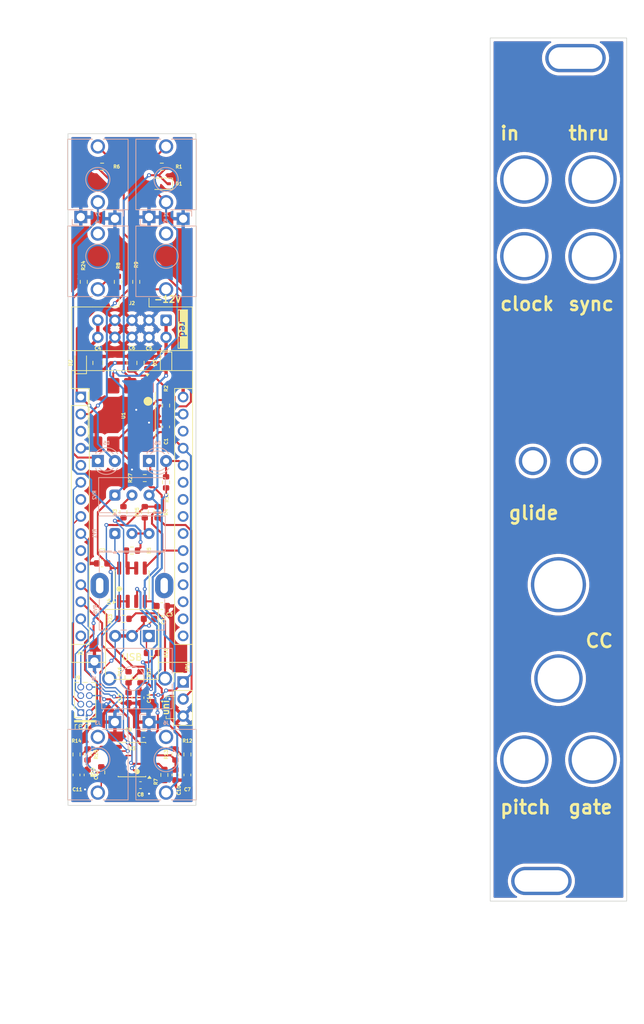
<source format=kicad_pcb>
(kicad_pcb (version 20241229) (generator "pcbnew") (generator_version "9.0")
  (layers (0 "F.Cu" signal) (2 "B.Cu" signal) (13 "F.Paste" user) (15 "B.Paste" user) (5 "F.SilkS" user "F.Silkscreen") (7 "B.SilkS" user "B.Silkscreen") (1 "F.Mask" user) (3 "B.Mask" user) (25 "Edge.Cuts" user))
  (net 0 "")
  (net 1 "B_GND")
  (net 4 "CLOCK2")
  (net 6 "B_+12V")
  (net 10 "B_+5V")
  (net 12 "Net-(C7-Pad1)")
  (net 17 "Net-(J7-PadT)")
  (net 18 "Net-(J7-PadR)")
  (net 19 "B_-12V")
  (net 20 "Net-(D1-A)")
  (net 21 "Net-(D1-K)")
  (net 22 "Net-(J1-PadT)")
  (net 23 "Net-(J3-PadT)")
  (net 25 "Net-(J4-PadT)")
  (net 27 "Net-(J5-PadT)")
  (net 28 "Net-(J6-PadT)")
  (net 31 "Net-(C11-Pad1)")
  (net 32 "MIDI_IN")
  (net 33 "Net-(C13-Pad1)")
  (net 36 "CLOCK")
  (net 37 "Net-(R10-Pad2)")
  (net 38 "Net-(D5-K)")
  (net 39 "Net-(D6-K)")
  (net 41 "Net-(J8-PadT)")
  (net 42 "Net-(R3-Pad2)")
  (net 43 "Net-(U3B-+)")
  (net 44 "Net-(R25-Pad1)")
  (net 46 "GATE")
  (net 47 "PITCH")
  (net 48 "CC")
  (net 49 "+12V")
  (net 50 "-12V")
  (net 51 "Net-(U3A-+)")
  (net 52 "Net-(U4A-+)")
  (net 53 "Net-(U3A--)")
  (net 54 "Net-(U3B--)")
  (net 55 "Net-(U4B--)")
  (net 56 "Net-(U4A--)")
  (net 57 "Net-(R18-Pad1)")
  (net 58 "SLEW_OUT")
  (net 59 "SLEW_IN")
  (net 60 "Net-(JP1-C)")
  (net 61 "EXP1")
  (net 62 "EXP7")
  (net 63 "EXP5")
  (net 64 "EXP3")
  (footprint "Capacitor_SMD:C_0805_2012Metric" (layer "F.Cu") (at 127 79.375 90)
    (property "Reference" "C6")
    (property "Value" "10u")
  )
  (footprint "Custom:DrillHole_D6.00" (layer "F.Cu") (at 185.42 138.43)
    (property "Reference" "H4" (hide yes))
    (property "Value" "6mm")
  )
  (footprint "Resistor_SMD:R_0603_1608Metric" (layer "F.Cu") (at 131.445 50.165)
    (property "Reference" "R1")
    (property "Value" "220R")
  )
  (footprint "Diode_SMD:D_SOD-323" (layer "F.Cu") (at 132.08 79.375 -90)
    (property "Reference" "D3")
    (property "Value" "1N5819WS")
  )
  (footprint "Capacitor_SMD:C_0603_1608Metric" (layer "F.Cu") (at 122.555 109.22 180)
    (property "Reference" "C2")
    (property "Value" "100n")
  )
  (footprint "Capacitor_SMD:C_0603_1608Metric" (layer "F.Cu") (at 135.255 140.716 -90)
    (property "Reference" "C7")
    (property "Value" "1n")
  )
  (footprint "Diode_SMD:D_SOD-323" (layer "F.Cu") (at 131.445 52.705 180)
    (property "Reference" "D1")
    (property "Value" "1N4148WS")
  )
  (footprint "Resistor_SMD:R_0603_1608Metric" (layer "F.Cu") (at 127 107.315)
    (property "Reference" "R5")
    (property "Value" "220R")
  )
  (footprint "Capacitor_SMD:C_0603_1608Metric" (layer "F.Cu") (at 118.745 140.716 -90)
    (property "Reference" "C11")
    (property "Value" "1n")
  )
  (footprint "Resistor_SMD:R_0603_1608Metric" (layer "F.Cu") (at 130.81 101.6 -90)
    (property "Reference" "R4")
    (property "Value" "100k")
  )
  (footprint "Diode_SMD:D_SOD-323" (layer "F.Cu") (at 119.38 79.375 90)
    (property "Reference" "D2")
    (property "Value" "1N5819WS")
  )
  (footprint "Resistor_SMD:R_0603_1608Metric" (layer "F.Cu") (at 131.826 140.716 90)
    (property "Reference" "R7")
    (property "Value" "1k")
  )
  (footprint "Resistor_SMD:R_0603_1608Metric" (layer "F.Cu") (at 132.08 97.155 90)
    (property "Reference" "R11")
    (property "Value" "1k")
  )
  (footprint "Capacitor_SMD:C_0805_2012Metric" (layer "F.Cu") (at 129.54 79.375 -90)
    (property "Reference" "C5")
    (property "Value" "10u")
  )
  (footprint "Custom:DrillHole_D6.00" (layer "F.Cu") (at 185.42 52.07)
    (property "Reference" "H1" (hide yes))
    (property "Value" "6mm")
  )
  (footprint "Custom:DrillHole_D6.00" (layer "F.Cu") (at 195.58 63.5)
    (property "Reference" "H6" (hide yes))
    (property "Value" "6mm")
  )
  (footprint "Custom:DrillHole_D3.00" (layer "F.Cu") (at 194.31 93.98)
    (property "Reference" "H9" (hide yes))
    (property "Value" "3mm")
  )
  (footprint "Resistor_SMD:R_0603_1608Metric" (layer "F.Cu") (at 122.428 140.335 90)
    (property "Reference" "R10")
    (property "Value" "1k")
  )
  (footprint "Resistor_SMD:R_0603_1608Metric" (layer "F.Cu") (at 120.396 137.668 90)
    (property "Reference" "R15")
    (property "Value" "15k")
  )
  (footprint "Resistor_SMD:R_0603_1608Metric" (layer "F.Cu") (at 135.255 137.668 90)
    (property "Reference" "R12")
    (property "Value" "15k")
  )
  (footprint "Capacitor_SMD:C_0603_1608Metric" (layer "F.Cu") (at 133.477 140.716 -90)
    (property "Reference" "C10")
    (property "Value" "1n")
  )
  (footprint "Custom:Front_Plate_4hp_cut" (layer "F.Cu") (at 190.5 95.25)
    (property "Reference" "B3" (hide yes))
    (property "Value" "Front_Plate" (hide yes))
    (fp_rect (start -10.16 -64.25) (end 10.16 64.25) (stroke (width 0.1)) (fill no) (layer "Edge.Cuts"))
  )
  (footprint "Resistor_SMD:R_0603_1608Metric" (layer "F.Cu") (at 127.635 67.31 -90)
    (property "Reference" "R9")
    (property "Value" "1k")
  )
  (footprint "Custom:DrillHole_D7.00" (layer "F.Cu") (at 190.5 112.395)
    (property "Reference" "H10" (hide yes))
    (property "Value" "7mm")
  )
  (footprint "Capacitor_SMD:C_0603_1608Metric" (layer "F.Cu") (at 120.396 140.716 -90)
    (property "Reference" "C12")
    (property "Value" "1n")
  )
  (footprint "Capacitor_SMD:C_0805_2012Metric" (layer "F.Cu") (at 121.92 79.375 90)
    (property "Reference" "C4")
    (property "Value" "10u")
  )
  (footprint "Resistor_SMD:R_0603_1608Metric" (layer "F.Cu") (at 118.745 137.668 90)
    (property "Reference" "R14")
    (property "Value" "15k")
  )
  (footprint "Package_SO:SOP-8_6.605x9.655mm_P2.54mm" (layer "F.Cu") (at 125.476 87.122 -90)
    (property "Reference" "U1")
    (property "Value" "6N137")
  )
  (footprint "Package_SO:SOIC-8_3.9x4.9mm_P1.27mm" (layer "F.Cu") (at 127 112.395 90)
    (property "Reference" "U4")
    (property "Value" "TL072")
  )
  (footprint "Resistor_SMD:R_0603_1608Metric" (layer "F.Cu") (at 129.985 122.555)
    (property "Reference" "R18")
    (property "Value" "100")
  )
  (footprint "Capacitor_SMD:C_0603_1608Metric" (layer "F.Cu") (at 128.765 134.62)
    (property "Reference" "C9")
    (property "Value" "100n")
  )
  (footprint "Resistor_SMD:R_0603_1608Metric" (layer "F.Cu") (at 128.905 96.52 180)
    (property "Reference" "R27")
    (property "Value" "1k")
  )
  (footprint "Resistor_SMD:R_0603_1608Metric" (layer "F.Cu") (at 133.477 137.668 90)
    (property "Reference" "R13")
    (property "Value" "15k")
  )
  (footprint "Resistor_SMD:R_0603_1608Metric" (layer "F.Cu") (at 128.27 126.175 90)
    (property "Reference" "R17")
    (property "Value" "15k")
  )
  (footprint "Resistor_SMD:R_0603_1608Metric" (layer "F.Cu") (at 122.555 50.165)
    (property "Reference" "R6")
    (property "Value" "220R")
  )
  (footprint "Custom:DrillHole_D6.00" (layer "F.Cu") (at 195.58 52.07)
    (property "Reference" "H5" (hide yes))
    (property "Value" "6mm")
  )
  (footprint "Connector_PinSocket_1.27mm:PinSocket_2x04_P1.27mm_Vertical" (layer "F.Cu") (at 119.38 131.445 180)
    (property "Reference" "J9")
    (property "Value" "Conn_02x04_Odd_Even")
  )
  (footprint "Custom:Board_4hp_100mm" (layer "F.Cu") (at 127 95.25)
    (property "Reference" "B2" (hide yes))
    (property "Value" "Board" (hide yes))
    (fp_rect (start -9.525 -50) (end 9.525 50) (stroke (width 0.1)) (fill no) (layer "Edge.Cuts"))
  )
  (footprint "Custom:DrillHole_D3.00" (layer "F.Cu") (at 186.69 93.98)
    (property "Reference" "H8" (hide yes))
    (property "Value" "3mm")
  )
  (footprint "Custom:IDC-Header_2x05_P2.54mm_Vertical_PinOnly" (layer "F.Cu") (at 132.08 73.025 -90)
    (property "Reference" "J2")
    (property "Value" "EuroPower10_THT")
  )
  (footprint "Capacitor_SMD:C_0603_1608Metric" (layer "F.Cu") (at 132.08 88.9 90)
    (property "Reference" "C1")
    (property "Value" "100n")
  )
  (footprint "Resistor_SMD:R_0603_1608Metric" (layer "F.Cu") (at 125.73 117.475 180)
    (property "Reference" "R23")
    (property "Value" "1k")
  )
  (footprint "Capacitor_SMD:C_0603_1608Metric" (layer "F.Cu") (at 126.492 129.223 -90)
    (property "Reference" "C13")
    (property "Value" "1n")
  )
  (footprint "Resistor_SMD:R_0603_1608Metric" (layer "F.Cu") (at 124.905 67.31 -90)
    (property "Reference" "R8")
    (property "Value" "1k")
  )
  (footprint "Capacitor_SMD:C_0603_1608Metric" (layer "F.Cu") (at 129.54 117.475)
    (property "Reference" "C17")
    (property "Value" "10n")
  )
  (footprint "Module:Arduino_Nano" (layer "F.Cu") (at 119.38 84.455)
    (property "Reference" "A1")
    (property "Value" "Arduino_Nano_v3.x")
  )
  (footprint "Resistor_SMD:R_0603_1608Metric" (layer "F.Cu") (at 119.825 67.31 90)
    (property "Reference" "R24")
    (property "Value" "1k")
  )
  (footprint "Custom:DrillHole_D6.00" (layer "F.Cu") (at 185.42 63.5)
    (property "Reference" "H2" (hide yes))
    (property "Value" "6mm")
  )
  (footprint "Resistor_SMD:R_0603_1608Metric" (layer "F.Cu") (at 125.73 101.6 90)
    (property "Reference" "R3")
    (property "Value" "1M")
  )
  (footprint "Custom:DrillHole_D6.00" (layer "F.Cu") (at 190.5 126.365)
    (property "Reference" "H3" (hide yes))
    (property "Value" "6mm")
  )
  (footprint "Capacitor_SMD:C_0603_1608Metric" (layer "F.Cu") (at 128.27 129.223 -90)
    (property "Reference" "C14")
    (property "Value" "1n")
  )
  (footprint "Resistor_SMD:R_0603_1608Metric" (layer "F.Cu") (at 132.08 85.725 -90)
    (property "Reference" "R2")
    (property "Value" "10k")
  )
  (footprint "Connector_PinHeader_2.54mm:PinHeader_1x03_P2.54mm_Vertical" (layer "F.Cu") (at 134.62 126.873)
    (property "Reference" "JP1")
    (property "Value" "Jumper_3_Bridged12")
  )
  (footprint "Resistor_SMD:R_0603_1608Metric" (layer "F.Cu") (at 128.905 101.6 90)
    (property "Reference" "R25")
    (property "Value" "100k")
  )
  (footprint "Custom:DrillHole_D6.00" (layer "F.Cu") (at 195.58 138.43)
    (property "Reference" "H7" (hide yes))
    (property "Value" "6mm")
  )
  (footprint "Capacitor_SMD:C_0603_1608Metric" (layer "F.Cu") (at 128.27 142.24)
    (property "Reference" "C8")
    (property "Value" "100n")
  )
  (footprint "Package_SO:SOIC-8_3.9x4.9mm_P1.27mm" (layer "F.Cu") (at 127 138.43 180)
    (property "Reference" "U3")
    (property "Value" "TL072")
  )
  (footprint "Capacitor_SMD:C_0603_1608Metric" (layer "F.Cu") (at 131.445 115.57 180)
    (property "Reference" "C3")
    (property "Value" "100n")
  )
  (footprint "Resistor_SMD:R_0603_1608Metric" (layer "F.Cu") (at 126.492 126.175 90)
    (property "Reference" "R16")
    (property "Value" "15k")
  )
  (footprint "LED_THT:LED_D3.0mm" (layer "B.Cu") (at 129.54 93.98)
    (property "Reference" "D6")
    (property "Value" "LED")
  )
  (footprint "Potentiometer_THT:Potentiometer_Vishay_T93XA_Horizontal" (layer "B.Cu") (at 124.46 104.775)
    (property "Reference" "RV1")
    (property "Value" "20k")
  )
  (footprint "Potentiometer_THT:Potentiometer_Vishay_T93XA_Horizontal" (layer "B.Cu") (at 124.46 99.06)
    (property "Reference" "RV2")
    (property "Value" "100k")
  )
  (footprint "Custom:Jack_3.5mm_QingPu_WQP-PJ398SM_Vertical_CircularHoles_L" (layer "B.Cu") (at 121.92 138.43 180)
    (property "Reference" "J3")
    (property "Value" "Pitch")
  )
  (footprint "EuroRackTools:Potentiometer_Alpha_RD901F-40-00D_Single_Vertical" (layer "B.Cu") (at 129.5 120.025 90)
    (property "Reference" "RV5")
    (property "Value" "A100k")
  )
  (footprint "Custom:Jack_3.5mm_QingPu_WQP-PJ398SM_Vertical_CircularHoles_L" (layer "B.Cu") (at 132.08 63.5 180)
    (property "Reference" "J5")
    (property "Value" "Clock2")
  )
  (footprint "LED_THT:LED_D3.0mm" (layer "B.Cu") (at 121.92 93.98)
    (property "Reference" "D5")
    (property "Value" "LED")
  )
  (footprint "Custom:Jack_3.5mm_QingPu_WQP-PJ366ST_Vertical_CircularHoles_L" (layer "B.Cu") (at 132.08 52.07)
    (property "Reference" "J1")
    (property "Value" "MIDI In")
  )
  (footprint "Custom:Jack_3.5mm_QingPu_WQP-PJ366ST_Vertical_CircularHoles_L" (layer "B.Cu") (at 121.92 52.07)
    (property "Reference" "J7")
    (property "Value" "MIDI Through")
  )
  (footprint "Custom:Jack_3.5mm_QingPu_WQP-PJ398SM_Vertical_CircularHoles_L" (layer "B.Cu") (at 121.92 63.5 180)
    (property "Reference" "J4")
    (property "Value" "Clock")
  )
  (footprint "Custom:Jack_3.5mm_QingPu_WQP-PJ398SM_Vertical_CircularHoles_R" (layer "B.Cu") (at 132.08 138.43 180)
    (property "Reference" "J6")
    (property "Value" "Gate")
  )
  (footprint "Custom:Jack_3.5mm_QingPu_WQP-PJ398SM_Vertical_CircularHoles_L" (layer "B.Cu") (at 127 126.365 -90)
    (property "Reference" "J8")
    (property "Value" "CC")
  )
  (gr_rect (start 118.43 132.588) (end 121.666 132.842) (stroke (width 0.1)) (fill yes) (layer "F.SilkS"))
  (gr_line (start 132.08 131.953) (end 132.08 132.334) (stroke (width 0.1)) (layer "F.SilkS"))
  (gr_line (start 132.08 129.032) (end 133.35 129.032) (stroke (width 0.1)) (layer "F.SilkS"))
  (gr_line (start 132.08 129.413) (end 132.08 129.032) (stroke (width 0.1)) (layer "F.SilkS"))
  (gr_circle (center 129.39121 85.09) (end 128.778 85.09) (stroke (width 0.1)) (fill yes) (layer "F.SilkS"))
  (gr_circle (center 127.762 140.208) (end 127.508 140.462) (stroke (width 0.1)) (fill yes) (layer "F.SilkS"))
  (gr_circle (center 125.11679 113.03) (end 124.86279 113.284) (stroke (width 0.1)) (fill yes) (layer "F.SilkS"))
  (gr_line (start 132.08 132.334) (end 133.35 132.334) (stroke (width 0.1)) (layer "F.SilkS"))
  (gr_text "pitch" (at 181.61 146.685 0) (layer "F.SilkS") (effects (font (size 2 2) (thickness 0.4) (bold yes)) (justify left bottom)))
  (gr_text "red" (at 118.237 133.985 0) (layer "F.SilkS") (effects (font (size 1 1) (thickness 0.1)) (justify left bottom)))
  (gr_text "clock" (at 181.61 71.755 0) (layer "F.SilkS") (effects (font (size 2 2) (thickness 0.4) (bold yes)) (justify left bottom)))
  (gr_text "sync" (at 191.77 71.755 0) (layer "F.SilkS") (effects (font (size 2 2) (thickness 0.4) (bold yes)) (justify left bottom)))
  (gr_text "in" (at 181.61 46.355 0) (layer "F.SilkS") (effects (font (size 2 2) (thickness 0.4) (bold yes)) (justify left bottom)))
  (gr_text "gate" (at 191.77 146.685 0) (layer "F.SilkS") (effects (font (size 2 2) (thickness 0.4) (bold yes)) (justify left bottom)))
  (gr_text "glide" (at 182.88 102.87 0) (layer "F.SilkS") (effects (font (size 2 2) (thickness 0.4) (bold yes)) (justify left bottom)))
  (gr_text "uni" (at 132.588 131.953 90) (layer "F.SilkS") (effects (font (size 1 1) (thickness 0.2) (bold yes)) (justify left bottom)))
  (gr_text "CC" (at 194.31 121.92 0) (layer "F.SilkS") (effects (font (size 2 2) (thickness 0.4) (bold yes)) (justify left bottom)))
  (gr_text "thru" (at 191.77 46.355 0) (layer "F.SilkS") (effects (font (size 2 2) (thickness 0.4) (bold yes)) (justify left bottom)))
  (segment (start 129.54 118.25) (end 130.315 117.475) (width 0.2) (layer "F.Cu") (net 1))
  (segment (start 121.063 92.075) (end 121.666 91.472) (width 0.3) (layer "F.Cu") (net 1))
  (segment (start 119.38 92.075) (end 121.063 92.075) (width 0.3) (layer "F.Cu") (net 1))
  (segment (start 129.54 118.491) (end 129.54 118.25) (width 0.2) (layer "F.Cu") (net 1))
  (via (at 129.54 143.51) (size 0.6) (drill 0.3) (layers "F.Cu" "B.Cu") (net 1))
  (via (at 129.54 118.491) (size 0.6) (drill 0.3) (layers "F.Cu" "B.Cu") (net 1))
  (via (at 127 95.25) (size 0.6) (drill 0.3) (layers "F.Cu" "B.Cu") (net 1))
  (via (at 123.19 130.175) (size 0.6) (drill 0.3) (layers "F.Cu" "B.Cu") (net 1))
  (via (at 127.635 86.36) (size 0.6) (drill 0.3) (layers "F.Cu" "B.Cu") (net 1))
  (via (at 129.54 88.265) (size 0.6) (drill 0.3) (layers "F.Cu" "B.Cu") (net 1))
  (via (at 120.015 142.875) (size 0.6) (drill 0.3) (layers "F.Cu" "B.Cu") (net 1))
  (via (at 132.588 129.413) (size 0.6) (drill 0.3) (layers "F.Cu" "B.Cu") (net 1))
  (segment (start 129.483 122.41) (end 128.299 121.226) (width 0.2) (layer "B.Cu") (net 1))
  (segment (start 128.778 118.491) (end 129.54 118.491) (width 0.2) (layer "B.Cu") (net 1))
  (segment (start 123.19 130.175) (end 120.65 130.175) (width 0.2) (layer "B.Cu") (net 1))
  (segment (start 128.299 121.226) (end 128.299 118.97) (width 0.2) (layer "B.Cu") (net 1))
  (segment (start 129.483 126.93) (end 129.483 122.41) (width 0.2) (layer "B.Cu") (net 1))
  (segment (start 129.231995 132.533995) (end 129.231995 127.181005) (width 0.2) (layer "B.Cu") (net 1))
  (segment (start 129.231995 127.181005) (end 129.483 126.93) (width 0.2) (layer "B.Cu") (net 1))
  (segment (start 128.299 118.97) (end 128.778 118.491) (width 0.2) (layer "B.Cu") (net 1))
  (segment (start 129.54 132.842) (end 129.231995 132.533995) (width 0.2) (layer "B.Cu") (net 1))
  (segment (start 120.65 86.995) (end 121.92 85.725) (width 0.3) (layer "F.Cu") (net 4))
  (segment (start 119.38 86.995) (end 120.65 86.995) (width 0.3) (layer "F.Cu") (net 4))
  (segment (start 124.46 70.485) (end 126.81 68.135) (width 0.3) (layer "F.Cu") (net 4))
  (segment (start 126.81 68.135) (end 127.635 68.135) (width 0.3) (layer "F.Cu") (net 4))
  (via (at 121.92 85.725) (size 0.6) (drill 0.3) (layers "F.Cu" "B.Cu") (net 4))
  (via (at 124.46 70.485) (size 0.6) (drill 0.3) (layers "F.Cu" "B.Cu") (net 4))
  (segment (start 123.259 71.686) (end 124.46 70.485) (width 0.3) (layer "B.Cu") (net 4))
  (segment (start 123.259 84.386) (end 123.259 71.686) (width 0.3) (layer "B.Cu") (net 4))
  (segment (start 121.92 85.725) (end 123.259 84.386) (width 0.3) (layer "B.Cu") (net 4))
  (segment (start 120.015 121.00776) (end 121.285 119.73776) (width 0.3) (layer "F.Cu") (net 6))
  (segment (start 121.285 119.73776) (end 121.285 118.11) (width 0.3) (layer "F.Cu") (net 6))
  (segment (start 120.015 125.095) (end 120.015 121.00776) (width 0.3) (layer "F.Cu") (net 6))
  (segment (start 123.825 110.49) (end 123.825 109.715) (width 0.3) (layer "F.Cu") (net 6))
  (segment (start 124.03 109.92) (end 123.33 109.22) (width 0.3) (layer "F.Cu") (net 6))
  (segment (start 121.803 130.292) (end 121.803 126.883) (width 0.3) (layer "F.Cu") (net 6))
  (segment (start 127.495 142.24) (end 125.59 140.335) (width 0.3) (layer "F.Cu") (net 6))
  (segment (start 121.82 80.425) (end 121.92 80.325) (width 0.5) (layer "F.Cu") (net 6))
  (segment (start 125.59 140.335) (end 124.525 140.335) (width 0.3) (layer "F.Cu") (net 6))
  (segment (start 123.33 109.22) (end 121.92 107.81) (width 0.3) (layer "F.Cu") (net 6))
  (segment (start 121.92 107.81) (end 121.92 101.6) (width 0.3) (layer "F.Cu") (net 6))
  (segment (start 121.539 140.335) (end 121.412 140.208) (width 0.3) (layer "F.Cu") (net 6))
  (segment (start 124.46 79.375) (end 123.825 79.375) (width 0.5) (layer "F.Cu") (net 6))
  (segment (start 124.525 140.335) (end 121.539 140.335) (width 0.3) (layer "F.Cu") (net 6))
  (segment (start 134.62 84.455) (end 134.62 81.864974) (width 0.5) (layer "F.Cu") (net 6))
  (segment (start 123.825 109.715) (end 123.33 109.22) (width 0.3) (layer "F.Cu") (net 6))
  (segment (start 120.65 131.445) (end 121.803 130.292) (width 0.3) (layer "F.Cu") (net 6))
  (segment (start 125.095 109.92) (end 124.03 109.92) (width 0.3) (layer "F.Cu") (net 6))
  (segment (start 121.92 101.6) (end 124.46 99.06) (width 0.3) (layer "F.Cu") (net 6))
  (segment (start 122.775 80.425) (end 121.92 80.425) (width 0.5) (layer "F.Cu") (net 6))
  (segment (start 121.803 126.883) (end 120.015 125.095) (width 0.3) (layer "F.Cu") (net 6))
  (segment (start 132.130026 79.375) (end 124.46 79.375) (width 0.5) (layer "F.Cu") (net 6))
  (segment (start 123.825 79.375) (end 122.775 80.425) (width 0.5) (layer "F.Cu") (net 6))
  (segment (start 134.62 81.864974) (end 132.130026 79.375) (width 0.5) (layer "F.Cu") (net 6))
  (segment (start 119.38 80.425) (end 121.82 80.425) (width 0.5) (layer "F.Cu") (net 6))
  (via (at 123.825 110.49) (size 0.6) (drill 0.3) (layers "F.Cu" "B.Cu") (net 6))
  (via (at 124.46 79.375) (size 0.6) (drill 0.3) (layers "F.Cu" "B.Cu") (net 6))
  (via (at 121.285 118.11) (size 0.6) (drill 0.3) (layers "F.Cu" "B.Cu") (net 6))
  (via (at 121.412 140.208) (size 0.6) (drill 0.3) (layers "F.Cu" "B.Cu") (net 6))
  (segment (start 121.412 140.208) (end 121.362719 140.208) (width 0.3) (layer "B.Cu") (net 6))
  (segment (start 120.263859 139.10914) (end 120.263859 131.831141) (width 0.3) (layer "B.Cu") (net 6))
  (segment (start 125.711 83.231) (end 123.76 81.28) (width 0.3) (layer "B.Cu") (net 6))
  (segment (start 124.009 114.74819) (end 124.009 110.674) (width 0.3) (layer "B.Cu") (net 6))
  (segment (start 121.285 117.47219) (end 124.009 114.74819) (width 0.3) (layer "B.Cu") (net 6))
  (segment (start 121.362719 140.208) (end 120.263859 139.10914) (width 0.3) (layer "B.Cu") (net 6))
  (segment (start 124.46 99.06) (end 125.711 97.809) (width 0.3) (layer "B.Cu") (net 6))
  (segment (start 120.263859 131.831141) (end 120.65 131.445) (width 0.3) (layer "B.Cu") (net 6))
  (segment (start 123.76 81.28) (end 123.76 80.075) (width 0.3) (layer "B.Cu") (net 6))
  (segment (start 121.285 118.11) (end 121.285 117.47219) (width 0.3) (layer "B.Cu") (net 6))
  (segment (start 125.711 97.809) (end 125.711 83.231) (width 0.3) (layer "B.Cu") (net 6))
  (segment (start 123.76 80.075) (end 124.46 79.375) (width 0.3) (layer "B.Cu") (net 6))
  (segment (start 124.009 110.674) (end 123.825 110.49) (width 0.3) (layer "B.Cu") (net 6))
  (segment (start 134.62 126.873) (end 133.35 128.143) (width 0.3) (layer "F.Cu") (net 10))
  (segment (start 128.74411 129.199) (end 124.5 129.199) (width 0.2) (layer "F.Cu") (net 10))
  (segment (start 134.62 92.075) (end 132.22 89.675) (width 0.3) (layer "F.Cu") (net 10))
  (segment (start 132.22 89.675) (end 132.08 89.675) (width 0.3) (layer "F.Cu") (net 10))
  (segment (start 133.35 87.82) (end 132.08 86.55) (width 0.3) (layer "F.Cu") (net 10))
  (segment (start 121.73 50.165) (end 125.776 54.211) (width 0.3) (layer "F.Cu") (net 10))
  (segment (start 129.137608 128.805502) (end 128.74411 129.199) (width 0.2) (layer "F.Cu") (net 10))
  (segment (start 132.786 85.844) (end 132.08 86.55) (width 0.3) (layer "F.Cu") (net 10))
  (segment (start 127.946 81.271) (end 127 80.325) (width 0.3) (layer "F.Cu") (net 10))
  (segment (start 124.5 129.199) (end 124.333 129.032) (width 0.2) (layer "F.Cu") (net 10))
  (segment (start 133.35 88.405) (end 133.35 87.82) (width 0.3) (layer "F.Cu") (net 10))
  (segment (start 133.35 128.143) (end 132.08 128.143) (width 0.3) (layer "F.Cu") (net 10))
  (segment (start 133.35 85.28) (end 133.35 84.40413) (width 0.3) (layer "F.Cu") (net 10))
  (segment (start 135.771 70.108473) (end 135.771 85.16976) (width 0.3) (layer "F.Cu") (net 10))
  (segment (start 130.911149 128.805502) (end 129.137608 128.805502) (width 0.2) (layer "F.Cu") (net 10))
  (segment (start 125.776 54.211) (end 125.776 60.113473) (width 0.3) (layer "F.Cu") (net 10))
  (segment (start 125.776 60.113473) (end 135.771 70.108473) (width 0.3) (layer "F.Cu") (net 10))
  (segment (start 133.35 84.40413) (end 130.21687 81.271) (width 0.3) (layer "F.Cu") (net 10))
  (segment (start 132.08 89.675) (end 133.35 88.405) (width 0.3) (layer "F.Cu") (net 10))
  (segment (start 130.21687 81.271) (end 127.946 81.271) (width 0.3) (layer "F.Cu") (net 10))
  (segment (start 135.771 85.16976) (end 135.09676 85.844) (width 0.3) (layer "F.Cu") (net 10))
  (segment (start 135.09676 85.844) (end 132.786 85.844) (width 0.3) (layer "F.Cu") (net 10))
  (segment (start 131.083 89.675) (end 129.286 91.472) (width 0.3) (layer "F.Cu") (net 10))
  (segment (start 132.786 85.844) (end 133.35 85.28) (width 0.3) (layer "F.Cu") (net 10))
  (segment (start 132.08 89.675) (end 131.083 89.675) (width 0.3) (layer "F.Cu") (net 10))
  (via (at 132.08 128.143) (size 0.6) (drill 0.3) (layers "F.Cu" "B.Cu") (net 10))
  (via (at 124.333 129.032) (size 0.6) (drill 0.3) (layers "F.Cu" "B.Cu") (net 10))
  (via (at 130.911149 128.805502) (size 0.6) (drill 0.3) (layers "F.Cu" "B.Cu") (net 10))
  (segment (start 124.206 128.905) (end 124.333 129.032) (width 0.2) (layer "B.Cu") (net 10))
  (segment (start 123.825 128.905) (end 124.206 128.905) (width 0.2) (layer "B.Cu") (net 10))
  (segment (start 121.823984 127.635) (end 122.859984 128.671) (width 0.2) (layer "B.Cu") (net 10))
  (segment (start 122.859984 128.671) (end 123.591 128.671) (width 0.2) (layer "B.Cu") (net 10))
  (segment (start 120.65 127.635) (end 121.823984 127.635) (width 0.2) (layer "B.Cu") (net 10))
  (segment (start 135.771 93.226) (end 134.62 92.075) (width 0.3) (layer "B.Cu") (net 10))
  (segment (start 131.417498 128.805502) (end 132.08 128.143) (width 0.2) (layer "B.Cu") (net 10))
  (segment (start 130.911149 128.805502) (end 131.417498 128.805502) (width 0.2) (layer "B.Cu") (net 10))
  (segment (start 134.62 126.873) (end 135.771 125.722) (width 0.3) (layer "B.Cu") (net 10))
  (segment (start 135.771 125.722) (end 135.771 93.226) (width 0.3) (layer "B.Cu") (net 10))
  (segment (start 123.591 128.671) (end 123.825 128.905) (width 0.2) (layer "B.Cu") (net 10))
  (segment (start 135.127 138.493) (end 133.477 136.843) (width 0.3) (layer "F.Cu") (net 12))
  (segment (start 135.255 138.493) (end 135.127 138.493) (width 0.3) (layer "F.Cu") (net 12))
  (segment (start 135.255 139.941) (end 135.255 138.493) (width 0.3) (layer "F.Cu") (net 12))
  (segment (start 123.38 50.165) (end 123.38 48.61) (width 0.3) (layer "F.Cu") (net 17))
  (segment (start 123.38 48.61) (end 121.92 47.15) (width 0.3) (layer "F.Cu") (net 17))
  (segment (start 128.27 106.045) (end 128.27 106.87) (width 0.3) (layer "F.Cu") (net 18))
  (segment (start 128.27 106.87) (end 127.825 107.315) (width 0.3) (layer "F.Cu") (net 18))
  (via (at 128.27 106.045) (size 0.6) (drill 0.3) (layers "F.Cu" "B.Cu") (net 18))
  (segment (start 126.109654 103.599) (end 127.487116 103.599) (width 0.3) (layer "B.Cu") (net 18))
  (segment (start 118.229 61.808473) (end 118.229 95.25) (width 0.3) (layer "B.Cu") (net 18))
  (segment (start 128.27 104.381884) (end 128.27 106.045) (width 0.3) (layer "B.Cu") (net 18))
  (segment (start 118.864 95.885) (end 120.015 95.885) (width 0.3) (layer "B.Cu") (net 18))
  (segment (start 121.92 55.45) (end 121.92 58.117473) (width 0.3) (layer "B.Cu") (net 18))
  (segment (start 120.935654 98.425) (end 126.109654 103.599) (width 0.3) (layer "B.Cu") (net 18))
  (segment (start 120.935654 96.805654) (end 120.935654 98.425) (width 0.3) (layer "B.Cu") (net 18))
  (segment (start 127.487116 103.599) (end 128.27 104.381884) (width 0.3) (layer "B.Cu") (net 18))
  (segment (start 118.229 95.25) (end 118.864 95.885) (width 0.3) (layer "B.Cu") (net 18))
  (segment (start 121.92 58.117473) (end 118.229 61.808473) (width 0.3) (layer "B.Cu") (net 18))
  (segment (start 120.015 95.885) (end 120.935654 96.805654) (width 0.3) (layer "B.Cu") (net 18))
  (segment (start 126.492 134.366) (end 127.189 135.063) (width 0.3) (layer "F.Cu") (net 19))
  (segment (start 128.905 114.87) (end 129.97 114.87) (width 0.3) (layer "F.Cu") (net 19))
  (segment (start 127.520178 135.446) (end 127.572 135.446) (width 0.3) (layer "F.Cu") (net 19))
  (segment (start 130.344 134.62) (end 129.54 134.62) (width 0.3) (layer "F.Cu") (net 19))
  (segment (start 129.64 80.425) (end 129.54 80.325) (width 0.5) (layer "F.Cu") (net 19))
  (segment (start 130.856 131.491) (end 130.856 134.108) (width 0.3) (layer "F.Cu") (net 19))
  (segment (start 130.856 134.108) (end 130.344 134.62) (width 0.3) (layer "F.Cu") (net 19))
  (segment (start 127.189 135.063) (end 127.189 135.114822) (width 0.3) (layer "F.Cu") (net 19))
  (segment (start 128.651 136.525) (end 129.475 136.525) (width 0.3) (layer "F.Cu") (net 19))
  (segment (start 129.97 114.87) (end 130.67 115.57) (width 0.3) (layer "F.Cu") (net 19))
  (segment (start 130.81 131.445) (end 130.856 131.491) (width 0.3) (layer "F.Cu") (net 19))
  (segment (start 126.492 132.207) (end 126.492 134.366) (width 0.3) (layer "F.Cu") (net 19))
  (segment (start 129.54 134.62) (end 129.54 136.46) (width 0.3) (layer "F.Cu") (net 19))
  (segment (start 123.733978 129.448978) (end 126.492 132.207) (width 0.3) (layer "F.Cu") (net 19))
  (segment (start 132.08 80.425) (end 132.08 81.28) (width 0.5) (layer "F.Cu") (net 19))
  (segment (start 127.189 135.114822) (end 127.520178 135.446) (width 0.3) (layer "F.Cu") (net 19))
  (segment (start 127.572 135.446) (end 128.651 136.525) (width 0.3) (layer "F.Cu") (net 19))
  (segment (start 128.905 114.87) (end 128.905 113.03) (width 0.3) (layer "F.Cu") (net 19))
  (segment (start 122.854 129.448978) (end 123.733978 129.448978) (width 0.3) (layer "F.Cu") (net 19))
  (segment (start 132.08 80.425) (end 129.64 80.425) (width 0.5) (layer "F.Cu") (net 19))
  (segment (start 129.54 136.46) (end 129.475 136.525) (width 0.3) (layer "F.Cu") (net 19))
  (via (at 132.08 81.28) (size 0.6) (drill 0.3) (layers "F.Cu" "B.Cu") (net 19))
  (via (at 128.905 113.03) (size 0.6) (drill 0.3) (layers "F.Cu" "B.Cu") (net 19))
  (via (at 122.854 129.448978) (size 0.6) (drill 0.3) (layers "F.Cu" "B.Cu") (net 19))
  (via (at 130.81 131.445) (size 0.6) (drill 0.3) (layers "F.Cu" "B.Cu") (net 19))
  (segment (start 130.791 97.809) (end 130.791 82.569) (width 0.3) (layer "B.Cu") (net 19))
  (segment (start 130.791 82.569) (end 132.08 81.28) (width 0.3) (layer "B.Cu") (net 19))
  (segment (start 122.854 129.448978) (end 122.310022 128.905) (width 0.2) (layer "B.Cu") (net 19))
  (segment (start 130.81 130.19401) (end 130.482995 129.867005) (width 0.3) (layer "B.Cu") (net 19))
  (segment (start 130.81 109.853761) (end 128.905 111.758761) (width 0.3) (layer "B.Cu") (net 19))
  (segment (start 129.54 99.06) (end 130.791 97.809) (width 0.3) (layer "B.Cu") (net 19))
  (segment (start 129.54 99.06) (end 130.81 100.33) (width 0.3) (layer "B.Cu") (net 19))
  (segment (start 130.482995 129.298002) (end 130.260149 129.075156) (width 0.3) (layer "B.Cu") (net 19))
  (segment (start 130.482995 129.867005) (end 130.482995 129.298002) (width 0.3) (layer "B.Cu") (net 19))
  (segment (start 130.260149 128.535848) (end 130.482995 128.313002) (width 0.3) (layer "B.Cu") (net 19))
  (segment (start 130.81 100.33) (end 130.81 109.853761) (width 0.3) (layer "B.Cu") (net 19))
  (segment (start 128.905 116.00448) (end 128.905 113.03) (width 0.3) (layer "B.Cu") (net 19))
  (segment (start 131.252 125.030473) (end 131.252 118.351479) (width 0.3) (layer "B.Cu") (net 19))
  (segment (start 130.448249 126.467704) (end 130.448249 125.834224) (width 0.3) (layer "B.Cu") (net 19))
  (segment (start 130.482995 126.50245) (end 130.448249 126.467704) (width 0.3) (layer "B.Cu") (net 19))
  (segment (start 130.448249 125.834224) (end 131.252 125.030473) (width 0.3) (layer "B.Cu") (net 19))
  (segment (start 131.252 118.351479) (end 128.905 116.00448) (width 0.3) (layer "B.Cu") (net 19))
  (segment (start 130.81 131.445) (end 130.81 130.19401) (width 0.3) (layer "B.Cu") (net 19))
  (segment (start 130.482995 128.313002) (end 130.482995 126.50245) (width 0.3) (layer "B.Cu") (net 19))
  (segment (start 122.310022 128.905) (end 120.65 128.905) (width 0.2) (layer "B.Cu") (net 19))
  (segment (start 130.260149 129.075156) (end 130.260149 128.535848) (width 0.3) (layer "B.Cu") (net 19))
  (segment (start 128.905 111.758761) (end 128.905 113.03) (width 0.3) (layer "B.Cu") (net 19))
  (segment (start 124.206 82.772) (end 124.206 80.899) (width 0.3) (layer "F.Cu") (net 20))
  (segment (start 124.206 80.899) (end 124.46 80.645) (width 0.3) (layer "F.Cu") (net 20))
  (segment (start 130.395 52.705) (end 130.395 53.765) (width 0.3) (layer "F.Cu") (net 20))
  (segment (start 130.395 53.765) (end 132.08 55.45) (width 0.3) (layer "F.Cu") (net 20))
  (via (at 124.46 80.645) (size 0.6) (drill 0.3) (layers "F.Cu" "B.Cu") (net 20))
  (segment (start 132.08 57.954) (end 132.08 55.45) (width 0.3) (layer "B.Cu") (net 20))
  (segment (start 125.111 81.296) (end 128.047471 81.296) (width 0.3) (layer "B.Cu") (net 20))
  (segment (start 128.047471 81.296) (end 133.735692 75.607779) (width 0.3) (layer "B.Cu") (net 20))
  (segment (start 133.735692 59.609692) (end 132.08 57.954) (width 0.3) (layer "B.Cu") (net 20))
  (segment (start 133.735692 75.607779) (end 133.735692 59.609692) (width 0.3) (layer "B.Cu") (net 20))
  (segment (start 124.46 80.645) (end 125.111 81.296) (width 0.3) (layer "B.Cu") (net 20))
  (segment (start 132.27 52.705) (end 131 51.435) (width 0.3) (layer "F.Cu") (net 21))
  (segment (start 126.746 81.661) (end 125.73 80.645) (width 0.3) (layer "F.Cu") (net 21))
  (segment (start 126.746 82.772) (end 126.746 81.661) (width 0.3) (layer "F.Cu") (net 21))
  (segment (start 129.54 51.435) (end 131 51.435) (width 0.3) (layer "F.Cu") (net 21))
  (segment (start 132.495 52.705) (end 132.27 52.705) (width 0.3) (layer "F.Cu") (net 21))
  (segment (start 131 51.435) (end 132.27 50.165) (width 0.3) (layer "F.Cu") (net 21))
  (via (at 129.54 51.435) (size 0.6) (drill 0.3) (layers "F.Cu" "B.Cu") (net 21))
  (via (at 125.73 80.645) (size 0.6) (drill 0.3) (layers "F.Cu" "B.Cu") (net 21))
  (segment (start 125.776 55.199) (end 129.54 51.435) (width 0.3) (layer "B.Cu") (net 21))
  (segment (start 125.73 80.645) (end 125.776 80.599) (width 0.3) (layer "B.Cu") (net 21))
  (segment (start 125.776 80.599) (end 125.776 55.199) (width 0.3) (layer "B.Cu") (net 21))
  (segment (start 130.62 48.61) (end 132.08 47.15) (width 0.3) (layer "F.Cu") (net 22))
  (segment (start 130.62 50.165) (end 130.62 48.61) (width 0.3) (layer "F.Cu") (net 22))
  (segment (start 122.428 141.16) (end 122.428 142.842) (width 0.2) (layer "F.Cu") (net 23))
  (segment (start 122.428 142.842) (end 121.92 143.35) (width 0.2) (layer "F.Cu") (net 23))
  (segment (start 123.855 66.485) (end 124.905 66.485) (width 0.3) (layer "F.Cu") (net 25))
  (segment (start 121.92 68.42) (end 123.855 66.485) (width 0.3) (layer "F.Cu") (net 25))
  (segment (start 129.57 68.42) (end 127.635 66.485) (width 0.3) (layer "F.Cu") (net 27))
  (segment (start 132.08 68.42) (end 129.57 68.42) (width 0.3) (layer "F.Cu") (net 27))
  (segment (start 132.08 99.06) (end 132.08 97.98) (width 0.3) (layer "F.Cu") (net 28))
  (via (at 132.08 99.06) (size 0.6) (drill 0.3) (layers "F.Cu" "B.Cu") (net 28))
  (segment (start 131.445 109.927281) (end 130.089 111.283281) (width 0.3) (layer "B.Cu") (net 28))
  (segment (start 133.735692 134.703165) (end 133.735692 141.694308) (width 0.3) (layer "B.Cu") (net 28))
  (segment (start 133.336 134.303473) (end 133.735692 134.703165) (width 0.3) (layer "B.Cu") (net 28))
  (segment (start 131.445 99.695) (end 131.445 109.927281) (width 0.3) (layer "B.Cu") (net 28))
  (segment (start 130.089 111.283281) (end 130.089 116.119) (width 0.3) (layer "B.Cu") (net 28))
  (segment (start 132.08 99.06) (end 131.445 99.695) (width 0.3) (layer "B.Cu") (net 28))
  (segment (start 133.735692 141.694308) (end 132.08 143.35) (width 0.3) (layer "B.Cu") (net 28))
  (segment (start 130.089 116.119) (end 131.826 117.856) (width 0.3) (layer "B.Cu") (net 28))
  (segment (start 131.826 117.856) (end 131.826 119.849) (width 0.3) (layer "B.Cu") (net 28))
  (segment (start 133.336 121.359) (end 133.336 134.303473) (width 0.3) (layer "B.Cu") (net 28))
  (segment (start 131.826 119.849) (end 133.336 121.359) (width 0.3) (layer "B.Cu") (net 28))
  (segment (start 118.746 138.493) (end 120.396 136.843) (width 0.3) (layer "F.Cu") (net 31))
  (segment (start 118.745 138.493) (end 118.746 138.493) (width 0.3) (layer "F.Cu") (net 31))
  (segment (start 118.745 139.941) (end 118.745 138.493) (width 0.3) (layer "F.Cu") (net 31))
  (segment (start 131.429 99.329654) (end 131.636 99.536654) (width 0.3) (layer "F.Cu") (net 32))
  (segment (start 129.984 103.314) (end 131.51 104.84) (width 0.3) (layer "F.Cu") (net 32))
  (segment (start 128.979 97.122774) (end 129.740226 97.884) (width 0.3) (layer "F.Cu") (net 32))
  (segment (start 124.206 91.472) (end 128.308 95.574) (width 0.3) (layer "F.Cu") (net 32))
  (segment (start 131.51 107.315) (end 134.62 107.315) (width 0.3) (layer "F.Cu") (net 32))
  (segment (start 128.905 109.92) (end 131.51 107.315) (width 0.3) (layer "F.Cu") (net 32))
  (segment (start 131.51 104.84) (end 131.51 107.315) (width 0.3) (layer "F.Cu") (net 32))
  (segment (start 128.541774 95.574) (end 128.979 96.011226) (width 0.3) (layer "F.Cu") (net 32))
  (segment (start 129.984 101.991226) (end 129.984 103.314) (width 0.3) (layer "F.Cu") (net 32))
  (segment (start 130.778 84.9) (end 132.08 84.9) (width 0.3) (layer "F.Cu") (net 32))
  (segment (start 131.318774 101.674) (end 130.301226 101.674) (width 0.3) (layer "F.Cu") (net 32))
  (segment (start 130.301226 101.674) (end 129.984 101.991226) (width 0.3) (layer "F.Cu") (net 32))
  (segment (start 128.308 95.574) (end 128.541774 95.574) (width 0.3) (layer "F.Cu") (net 32))
  (segment (start 131.636 99.536654) (end 131.636 101.356774) (width 0.3) (layer "F.Cu") (net 32))
  (segment (start 131.636 101.356774) (end 131.318774 101.674) (width 0.3) (layer "F.Cu") (net 32))
  (segment (start 124.206 91.472) (end 130.778 84.9) (width 0.3) (layer "F.Cu") (net 32))
  (segment (start 131.429 99.06) (end 131.429 99.329654) (width 0.3) (layer "F.Cu") (net 32))
  (segment (start 128.979 96.011226) (end 128.979 97.122774) (width 0.3) (layer "F.Cu") (net 32))
  (segment (start 130.253 97.884) (end 131.429 99.06) (width 0.3) (layer "F.Cu") (net 32))
  (segment (start 129.740226 97.884) (end 130.253 97.884) (width 0.3) (layer "F.Cu") (net 32))
  (segment (start 126.492 128.448) (end 126.492 127) (width 0.3) (layer "F.Cu") (net 33))
  (segment (start 128.142 125.35) (end 126.492 127) (width 0.3) (layer "F.Cu") (net 33))
  (segment (start 128.27 125.35) (end 128.142 125.35) (width 0.3) (layer "F.Cu") (net 33))
  (segment (start 120.65 85.725) (end 119.38 84.455) (width 0.3) (layer "F.Cu") (net 36))
  (segment (start 118.779 83.854) (end 119.38 84.455) (width 0.3) (layer "F.Cu") (net 36))
  (segment (start 124.905 68.135) (end 118.779 74.261) (width 0.3) (layer "F.Cu") (net 36))
  (segment (start 118.779 74.261) (end 118.779 83.854) (width 0.3) (layer "F.Cu") (net 36))
  (via (at 120.65 85.725) (size 0.6) (drill 0.3) (layers "F.Cu" "B.Cu") (net 36))
  (segment (start 121.92 91.44) (end 124.46 93.98) (width 0.3) (layer "B.Cu") (net 36))
  (segment (start 120.65 85.725) (end 121.92 86.995) (width 0.3) (layer "B.Cu") (net 36))
  (segment (start 121.92 86.995) (end 121.92 91.44) (width 0.3) (layer "B.Cu") (net 36))
  (segment (start 122.428 139.51) (end 124.08 139.51) (width 0.2) (layer "F.Cu") (net 37))
  (segment (start 125.813609 138.135968) (end 125.801 138.135968) (width 0.2) (layer "F.Cu") (net 37))
  (segment (start 126.966 137.829) (end 126.120577 137.829) (width 0.2) (layer "F.Cu") (net 37))
  (segment (start 126.365 135.89) (end 127 136.525) (width 0.2) (layer "F.Cu") (net 37))
  (segment (start 124.08 139.51) (end 124.525 139.065) (width 0.2) (layer "F.Cu") (net 37))
  (segment (start 127 137.795) (end 126.966 137.829) (width 0.2) (layer "F.Cu") (net 37))
  (segment (start 124.871968 139.065) (end 124.525 139.065) (width 0.2) (layer "F.Cu") (net 37))
  (segment (start 127 136.525) (end 127 137.795) (width 0.2) (layer "F.Cu") (net 37))
  (segment (start 126.120577 137.829) (end 125.813609 138.135968) (width 0.2) (layer "F.Cu") (net 37))
  (segment (start 125.801 138.135968) (end 124.871968 139.065) (width 0.2) (layer "F.Cu") (net 37))
  (via (at 126.365 135.89) (size 0.6) (drill 0.3) (layers "F.Cu" "B.Cu") (net 37))
  (segment (start 122.254 125.799184) (end 122.555 125.498184) (width 0.2) (layer "B.Cu") (net 37))
  (segment (start 124.556 127.731) (end 123.054184 127.731) (width 0.2) (layer "B.Cu") (net 37))
  (segment (start 125.095 107.95) (end 124.46 107.315) (width 0.2) (layer "B.Cu") (net 37))
  (segment (start 123.054184 127.731) (end 122.254 126.930816) (width 0.2) (layer "B.Cu") (net 37))
  (segment (start 122.254 126.930816) (end 122.254 125.799184) (width 0.2) (layer "B.Cu") (net 37))
  (segment (start 124.46 107.315) (end 124.46 104.775) (width 0.2) (layer "B.Cu") (net 37))
  (segment (start 125.095 117.475) (end 125.095 107.95) (width 0.2) (layer "B.Cu") (net 37))
  (segment (start 122.555 125.091) (end 122.628 125.091) (width 0.2) (layer "B.Cu") (net 37))
  (segment (start 122.555 120.015) (end 125.095 117.475) (width 0.2) (layer "B.Cu") (net 37))
  (segment (start 122.555 122.559) (end 122.555 120.015) (width 0.2) (layer "B.Cu") (net 37))
  (segment (start 126.365 135.771) (end 125.726 135.132) (width 0.2) (layer "B.Cu") (net 37))
  (segment (start 125.726 128.901) (end 124.556 127.731) (width 0.2) (layer "B.Cu") (net 37))
  (segment (start 125.726 135.132) (end 125.726 128.901) (width 0.2) (layer "B.Cu") (net 37))
  (segment (start 122.628 125.091) (end 122.628 122.559) (width 0.2) (layer "B.Cu") (net 37))
  (segment (start 122.555 125.498184) (end 122.555 125.091) (width 0.2) (layer "B.Cu") (net 37))
  (segment (start 122.628 122.559) (end 122.555 122.559) (width 0.2) (layer "B.Cu") (net 37))
  (segment (start 126.365 135.89) (end 126.365 135.771) (width 0.2) (layer "B.Cu") (net 37))
  (segment (start 118.229 69.731) (end 118.229 92.78976) (width 0.3) (layer "F.Cu") (net 38))
  (segment (start 119.825 68.135) (end 118.229 69.731) (width 0.3) (layer "F.Cu") (net 38))
  (segment (start 118.90324 93.464) (end 121.404 93.464) (width 0.3) (layer "F.Cu") (net 38))
  (segment (start 118.229 92.78976) (end 118.90324 93.464) (width 0.3) (layer "F.Cu") (net 38))
  (segment (start 121.404 93.464) (end 121.92 93.98) (width 0.3) (layer "F.Cu") (net 38))
  (segment (start 129.73 94.17) (end 129.54 93.98) (width 0.3) (layer "F.Cu") (net 39))
  (segment (start 129.73 96.52) (end 129.73 94.17) (width 0.3) (layer "F.Cu") (net 39))
  (segment (start 127.571 116.649) (end 130.784822 116.649) (width 0.3) (layer "F.Cu") (net 41))
  (segment (start 130.784822 116.649) (end 131.92 117.784178) (width 0.3) (layer "F.Cu") (net 41))
  (segment (start 126.745 117.475) (end 127.571 116.649) (width 0.3) (layer "F.Cu") (net 41))
  (segment (start 131.92 117.784178) (end 131.92 126.365) (width 0.3) (layer "F.Cu") (net 41))
  (segment (start 125.73 100.775) (end 125.73 100.33) (width 0.3) (layer "F.Cu") (net 42))
  (segment (start 125.73 100.33) (end 127 99.06) (width 0.3) (layer "F.Cu") (net 42))
  (segment (start 122.364 136.525) (end 124.525 136.525) (width 0.3) (layer "F.Cu") (net 43))
  (segment (start 120.396 139.941) (end 120.396 138.493) (width 0.3) (layer "F.Cu") (net 43))
  (segment (start 120.396 138.493) (end 122.364 136.525) (width 0.3) (layer "F.Cu") (net 43))
  (segment (start 128.905 102.425) (end 128.905 104.14) (width 0.3) (layer "F.Cu") (net 44))
  (segment (start 129.54 104.775) (end 127 104.775) (width 0.3) (layer "F.Cu") (net 44))
  (segment (start 128.905 104.14) (end 129.54 104.775) (width 0.3) (layer "F.Cu") (net 44))
  (segment (start 132.08 93.98) (end 133.985 93.98) (width 0.3) (layer "F.Cu") (net 46))
  (segment (start 132.08 93.98) (end 132.08 96.33) (width 0.3) (layer "F.Cu") (net 46))
  (segment (start 133.985 93.98) (end 134.62 94.615) (width 0.3) (layer "F.Cu") (net 46))
  (segment (start 131.572 129.159) (end 131.318 129.413) (width 0.3) (layer "F.Cu") (net 47))
  (segment (start 132.08 131.445) (end 132.08 132.8) (width 0.3) (layer "F.Cu") (net 47))
  (segment (start 131.429 128.412654) (end 131.572 128.555654) (width 0.3) (layer "F.Cu") (net 47))
  (segment (start 119.38 112.395) (end 120.531 113.546) (width 0.3) (layer "F.Cu") (net 47))
  (segment (start 135.255 135.975) (end 135.255 136.843) (width 0.3) (layer "F.Cu") (net 47))
  (segment (start 131.318 129.413) (end 131.318 130.683) (width 0.3) (layer "F.Cu") (net 47))
  (segment (start 131.572 128.555654) (end 131.572 129.159) (width 0.3) (layer "F.Cu") (net 47))
  (segment (start 131.318 130.683) (end 132.08 131.445) (width 0.3) (layer "F.Cu") (net 47))
  (segment (start 131.429 127.876527) (end 131.429 128.412654) (width 0.3) (layer "F.Cu") (net 47))
  (segment (start 128.778774 124.599) (end 130.504 126.324226) (width 0.3) (layer "F.Cu") (net 47))
  (segment (start 130.504 126.951527) (end 131.429 127.876527) (width 0.3) (layer "F.Cu") (net 47))
  (segment (start 120.531 114.181) (end 123.19 116.84) (width 0.3) (layer "F.Cu") (net 47))
  (segment (start 130.504 126.324226) (end 130.504 126.951527) (width 0.3) (layer "F.Cu") (net 47))
  (segment (start 123.19 116.84) (end 123.19 120.65) (width 0.3) (layer "F.Cu") (net 47))
  (segment (start 127.139 124.599) (end 128.778774 124.599) (width 0.3) (layer "F.Cu") (net 47))
  (segment (start 123.19 120.65) (end 127.139 124.599) (width 0.3) (layer "F.Cu") (net 47))
  (segment (start 120.531 113.546) (end 120.531 114.181) (width 0.3) (layer "F.Cu") (net 47))
  (segment (start 132.08 132.8) (end 135.255 135.975) (width 0.3) (layer "F.Cu") (net 47))
  (segment (start 119.38 114.935) (end 122.555 118.11) (width 0.3) (layer "F.Cu") (net 48))
  (segment (start 122.555 121.413) (end 126.492 125.35) (width 0.3) (layer "F.Cu") (net 48))
  (segment (start 122.555 118.11) (end 122.555 121.413) (width 0.3) (layer "F.Cu") (net 48))
  (segment (start 121.92 75.785) (end 119.38 78.325) (width 0.5) (layer "F.Cu") (net 49))
  (segment (start 121.92 75.565) (end 121.92 73.025) (width 0.5) (layer "F.Cu") (net 49))
  (segment (start 121.92 75.565) (end 121.92 75.785) (width 0.5) (layer "F.Cu") (net 49))
  (segment (start 132.08 75.565) (end 132.08 78.325) (width 0.5) (layer "F.Cu") (net 50))
  (segment (start 132.08 75.565) (end 132.08 73.025) (width 0.5) (layer "F.Cu") (net 50))
  (segment (start 133.477 138.493) (end 133.477 139.941) (width 0.3) (layer "F.Cu") (net 51))
  (segment (start 132.779 137.795) (end 133.477 138.493) (width 0.3) (layer "F.Cu") (net 51))
  (segment (start 129.475 137.795) (end 132.779 137.795) (width 0.3) (layer "F.Cu") (net 51))
  (segment (start 127.762 114.743) (end 127.635 114.87) (width 0.3) (layer "F.Cu") (net 52))
  (segment (start 129.286 127) (end 128.27 127) (width 0.3) (layer "F.Cu") (net 52))
  (segment (start 127.762 113.03) (end 127.762 114.743) (width 0.3) (layer "F.Cu") (net 52))
  (segment (start 129.832995 127.546995) (end 129.286 127) (width 0.3) (layer "F.Cu") (net 52))
  (segment (start 129.832995 127.922379) (end 129.832995 127.546995) (width 0.3) (layer "F.Cu") (net 52))
  (segment (start 128.27 128.448) (end 128.27 127) (width 0.3) (layer "F.Cu") (net 52))
  (via (at 129.832995 127.922379) (size 0.6) (drill 0.3) (layers "F.Cu" "B.Cu") (net 52))
  (via (at 127.762 113.03) (size 0.6) (drill 0.3) (layers "F.Cu" "B.Cu") (net 52))
  (segment (start 128.27 113.538) (end 127.762 113.03) (width 0.3) (layer "B.Cu") (net 52))
  (segment (start 130.751 118.559) (end 128.27 116.078) (width 0.3) (layer "B.Cu") (net 52))
  (segment (start 129.947249 126.675224) (end 129.947249 122.079751) (width 0.3) (layer "B.Cu") (net 52))
  (segment (start 129.832995 127.922379) (end 129.832995 127.850005) (width 0.3) (layer "B.Cu") (net 52))
  (segment (start 129.981995 127.701005) (end 129.981995 126.709971) (width 0.3) (layer "B.Cu") (net 52))
  (segment (start 130.751 121.276) (end 130.751 118.559) (width 0.3) (layer "B.Cu") (net 52))
  (segment (start 129.981995 126.709971) (end 129.947249 126.675224) (width 0.3) (layer "B.Cu") (net 52))
  (segment (start 129.832995 127.850005) (end 129.981995 127.701005) (width 0.3) (layer "B.Cu") (net 52))
  (segment (start 129.947249 122.079751) (end 130.751 121.276) (width 0.3) (layer "B.Cu") (net 52))
  (segment (start 128.27 116.078) (end 128.27 113.538) (width 0.3) (layer "B.Cu") (net 52))
  (segment (start 125.285 102.87) (end 125.73 102.425) (width 0.3) (layer "F.Cu") (net 53))
  (segment (start 131.826 139.891) (end 131 139.065) (width 0.3) (layer "F.Cu") (net 53))
  (segment (start 124.46 102.87) (end 125.285 102.87) (width 0.3) (layer "F.Cu") (net 53))
  (segment (start 127.269654 139.049) (end 127.285654 139.065) (width 0.3) (layer "F.Cu") (net 53))
  (segment (start 126.992718 139.049) (end 127.269654 139.049) (width 0.3) (layer "F.Cu") (net 53))
  (segment (start 126.856661 138.912943) (end 126.992718 139.049) (width 0.3) (layer "F.Cu") (net 53))
  (segment (start 131 139.065) (end 129.475 139.065) (width 0.3) (layer "F.Cu") (net 53))
  (segment (start 127.285654 139.065) (end 129.475 139.065) (width 0.3) (layer "F.Cu") (net 53))
  (via (at 126.856661 138.912943) (size 0.6) (drill 0.3) (layers "F.Cu" "B.Cu") (net 53))
  (via (at 124.46 102.87) (size 0.6) (drill 0.3) (layers "F.Cu" "B.Cu") (net 53))
  (segment (start 126.365 128.07084) (end 125.347525 127.053365) (width 0.2) (layer "B.Cu") (net 53))
  (segment (start 125.75 104.16) (end 124.46 102.87) (width 0.2) (layer "B.Cu") (net 53))
  (segment (start 125.75 122.154) (end 125.75 104.16) (width 0.2) (layer "B.Cu") (net 53))
  (segment (start 127 134.62) (end 126.365 133.985) (width 0.2) (layer "B.Cu") (net 53))
  (segment (start 126.365 133.985) (end 126.365 128.07084) (width 0.2) (layer "B.Cu") (net 53))
  (segment (start 126.856661 138.912943) (end 127 138.769604) (width 0.2) (layer "B.Cu") (net 53))
  (segment (start 125.347525 127.053365) (end 125.347525 122.556475) (width 0.2) (layer "B.Cu") (net 53))
  (segment (start 125.347525 122.556475) (end 125.75 122.154) (width 0.2) (layer "B.Cu") (net 53))
  (segment (start 127 138.769604) (end 127 134.62) (width 0.2) (layer "B.Cu") (net 53))
  (segment (start 124.190346 103.521) (end 124.729654 103.521) (width 0.3) (layer "F.Cu") (net 54))
  (segment (start 124.525 137.795) (end 125.16 137.16) (width 0.2) (layer "F.Cu") (net 54))
  (segment (start 125.16 137.16) (end 126.365 137.16) (width 0.2) (layer "F.Cu") (net 54))
  (segment (start 124.174346 103.505) (end 124.190346 103.521) (width 0.3) (layer "F.Cu") (net 54))
  (segment (start 128.905 100.775) (end 130.81 100.775) (width 0.3) (layer "F.Cu") (net 54))
  (segment (start 126.175 103.505) (end 128.905 100.775) (width 0.3) (layer "F.Cu") (net 54))
  (segment (start 123.19 103.505) (end 124.174346 103.505) (width 0.3) (layer "F.Cu") (net 54))
  (segment (start 124.729654 103.521) (end 124.745654 103.505) (width 0.3) (layer "F.Cu") (net 54))
  (segment (start 124.745654 103.505) (end 126.175 103.505) (width 0.3) (layer "F.Cu") (net 54))
  (via (at 126.365 137.16) (size 0.6) (drill 0.3) (layers "F.Cu" "B.Cu") (net 54))
  (via (at 123.19 103.505) (size 0.6) (drill 0.3) (layers "F.Cu" "B.Cu") (net 54))
  (segment (start 123.19 131.445) (end 125.325 129.31) (width 0.2) (layer "B.Cu") (net 54))
  (segment (start 121.92 120.01219) (end 124.51 117.42219) (width 0.2) (layer "B.Cu") (net 54))
  (segment (start 123.026084 128.27) (end 121.285 126.528916) (width 0.2) (layer "B.Cu") (net 54))
  (segment (start 120.196 125.091) (end 120.196 122.559) (width 0.2) (layer "B.Cu") (net 54))
  (segment (start 123.19 133.985) (end 123.19 131.445) (width 0.2) (layer "B.Cu") (net 54))
  (segment (start 124.46 128.27) (end 123.026084 128.27) (width 0.2) (layer "B.Cu") (net 54))
  (segment (start 126.365 137.16) (end 123.19 133.985) (width 0.2) (layer "B.Cu") (net 54))
  (segment (start 120.835 125.915) (end 120.835 125.73) (width 0.2) (layer "B.Cu") (net 54))
  (segment (start 121.285 126.365) (end 120.835 125.915) (width 0.2) (layer "B.Cu") (net 54))
  (segment (start 124.51 109.905) (end 123.19 108.585) (width 0.2) (layer "B.Cu") (net 54))
  (segment (start 121.285 126.528916) (end 121.285 126.365) (width 0.2) (layer "B.Cu") (net 54))
  (segment (start 120.196 122.559) (end 120.835 121.92) (width 0.2) (layer "B.Cu") (net 54))
  (segment (start 123.19 108.585) (end 123.19 103.505) (width 0.2) (layer "B.Cu") (net 54))
  (segment (start 121.92 121.285) (end 121.92 120.01219) (width 0.2) (layer "B.Cu") (net 54))
  (segment (start 120.835 121.92) (end 121.285 121.92) (width 0.2) (layer "B.Cu") (net 54))
  (segment (start 125.325 129.135) (end 124.46 128.27) (width 0.2) (layer "B.Cu") (net 54))
  (segment (start 124.51 117.42219) (end 124.51 109.905) (width 0.2) (layer "B.Cu") (net 54))
  (segment (start 120.835 125.73) (end 120.196 125.091) (width 0.2) (layer "B.Cu") (net 54))
  (segment (start 125.325 129.31) (end 125.325 129.135) (width 0.2) (layer "B.Cu") (net 54))
  (segment (start 121.285 121.92) (end 121.92 121.285) (width 0.2) (layer "B.Cu") (net 54))
  (segment (start 126.365 109.92) (end 127.635 109.92) (width 0.3) (layer "F.Cu") (net 55))
  (segment (start 126.175 109.73) (end 126.365 109.92) (width 0.3) (layer "F.Cu") (net 55))
  (segment (start 126.175 107.315) (end 126.175 109.73) (width 0.3) (layer "F.Cu") (net 55))
  (segment (start 125.095 114.87) (end 125.095 117.475) (width 0.3) (layer "F.Cu") (net 56))
  (segment (start 125.095 114.87) (end 126.365 114.87) (width 0.3) (layer "F.Cu") (net 56))
  (segment (start 129.16 122.555) (end 129.16 120.365) (width 0.2) (layer "F.Cu") (net 57))
  (segment (start 129.16 120.365) (end 129.5 120.025) (width 0.2) (layer "F.Cu") (net 57))
  (segment (start 123.93638 123.71362) (end 122.254 125.396) (width 0.2) (layer "F.Cu") (net 58))
  (segment (start 128.765 118.26) (end 127 120.025) (width 0.3) (layer "F.Cu") (net 58))
  (segment (start 118.745 134.482786) (end 118.745 136.843) (width 0.2) (layer "F.Cu") (net 58))
  (segment (start 128.765 117.475) (end 128.765 118.26) (width 0.3) (layer "F.Cu") (net 58))
  (segment (start 122.254 125.396) (end 122.254 130.973786) (width 0.2) (layer "F.Cu") (net 58))
  (segment (start 124.5 120.025) (end 127 120.025) (width 0.5) (layer "F.Cu") (net 58))
  (segment (start 122.254 130.973786) (end 118.745 134.482786) (width 0.2) (layer "F.Cu") (net 58))
  (via (at 123.93638 123.71362) (size 0.6) (drill 0.3) (layers "F.Cu" "B.Cu") (net 58))
  (segment (start 124.5 123.15) (end 124.5 120.025) (width 0.2) (layer "B.Cu") (net 58))
  (segment (start 123.93638 123.71362) (end 124.5 123.15) (width 0.2) (layer "B.Cu") (net 58))
  (segment (start 131.826 141.541) (end 130.681 141.541) (width 0.3) (layer "F.Cu") (net 59))
  (segment (start 128.62367 123.949) (end 129.544484 123.949) (width 0.3) (layer "F.Cu") (net 59))
  (segment (start 130.399648 123.093836) (end 130.399648 122.965352) (width 0.3) (layer "F.Cu") (net 59))
  (segment (start 130.681 141.541) (end 129.475 140.335) (width 0.3) (layer "F.Cu") (net 59))
  (segment (start 127 139.7) (end 127.635 140.335) (width 0.3) (layer "F.Cu") (net 59))
  (segment (start 130.399648 122.965352) (end 130.81 122.555) (width 0.3) (layer "F.Cu") (net 59))
  (segment (start 127.635 140.335) (end 129.475 140.335) (width 0.3) (layer "F.Cu") (net 59))
  (segment (start 129.544484 123.949) (end 130.399648 123.093836) (width 0.3) (layer "F.Cu") (net 59))
  (via (at 128.62367 123.949) (size 0.6) (drill 0.3) (layers "F.Cu" "B.Cu") (net 59))
  (via (at 127 139.7) (size 0.6) (drill 0.3) (layers "F.Cu" "B.Cu") (net 59))
  (segment (start 127.635 139.065) (end 127 139.7) (width 0.3) (layer "B.Cu") (net 59))
  (segment (start 128.62367 123.949) (end 129.032 124.35733) (width 0.3) (layer "B.Cu") (net 59))
  (segment (start 127.635 128.065281) (end 127.635 139.065) (width 0.3) (layer "B.Cu") (net 59))
  (segment (start 129.032 124.35733) (end 129.032 126.668281) (width 0.3) (layer "B.Cu") (net 59))
  (segment (start 129.032 126.668281) (end 127.635 128.065281) (width 0.3) (layer "B.Cu") (net 59))
  (segment (start 134.97776 103.505) (end 131.89 103.505) (width 0.3) (layer "F.Cu") (net 60))
  (segment (start 131.89 103.505) (end 130.81 102.425) (width 0.3) (layer "F.Cu") (net 60))
  (segment (start 135.874 128.159) (end 135.874 104.40124) (width 0.3) (layer "F.Cu") (net 60))
  (segment (start 134.62 129.413) (end 135.874 128.159) (width 0.3) (layer "F.Cu") (net 60))
  (segment (start 135.874 104.40124) (end 134.97776 103.505) (width 0.3) (layer "F.Cu") (net 60))
  (segment (start 118.279 117.941) (end 118.279 98.256) (width 0.2) (layer "B.Cu") (net 61))
  (segment (start 118.076 126.331) (end 118.076 118.144) (width 0.2) (layer "B.Cu") (net 61))
  (segment (start 118.279 98.256) (end 119.38 97.155) (width 0.2) (layer "B.Cu") (net 61))
  (segment (start 119.38 131.445) (end 118.11 130.175) (width 0.2) (layer "B.Cu") (net 61))
  (segment (start 118.11 130.175) (end 118.11 126.365) (width 0.2) (layer "B.Cu") (net 61))
  (segment (start 118.11 126.365) (end 118.076 126.331) (width 0.2) (layer "B.Cu") (net 61))
  (segment (start 118.076 118.144) (end 118.279 117.941) (width 0.2) (layer "B.Cu") (net 61))
  (segment (start 120.481 118.576) (end 120.481 105.876) (width 0.2) (layer "B.Cu") (net 62))
  (segment (start 121.285 119.38) (end 120.481 118.576) (width 0.2) (layer "B.Cu") (net 62))
  (segment (start 121.285 120.65) (end 121.285 119.38) (width 0.2) (layer "B.Cu") (net 62))
  (segment (start 120.481 105.876) (end 119.38 104.775) (width 0.2) (layer "B.Cu") (net 62))
  (segment (start 119.38 127.635) (end 119.38 122.555) (width 0.2) (layer "B.Cu") (net 62))
  (segment (start 119.38 122.555) (end 121.285 120.65) (width 0.2) (layer "B.Cu") (net 62))
  (segment (start 120.481 119.211) (end 119.38 118.11) (width 0.2) (layer "B.Cu") (net 63))
  (segment (start 118.579 122.721) (end 120.481 120.819) (width 0.2) (layer "B.Cu") (net 63))
  (segment (start 118.579 128.104) (end 118.579 122.721) (width 0.2) (layer "B.Cu") (net 63))
  (segment (start 119.38 118.11) (end 119.38 117.475) (width 0.2) (layer "B.Cu") (net 63))
  (segment (start 120.481 120.819) (end 120.481 119.211) (width 0.2) (layer "B.Cu") (net 63))
  (segment (start 119.38 128.905) (end 118.579 128.104) (width 0.2) (layer "B.Cu") (net 63))
  (segment (start 118.11 128.905) (end 119.38 130.175) (width 0.2) (layer "F.Cu") (net 64))
  (segment (start 118.11 126.365) (end 118.11 128.905) (width 0.2) (layer "F.Cu") (net 64))
  (segment (start 119.38 102.235) (end 118.279 103.336) (width 0.2) (layer "F.Cu") (net 64))
  (segment (start 118.279 103.336) (end 118.279 126.196) (width 0.2) (layer "F.Cu") (net 64))
  (segment (start 118.279 126.196) (end 118.11 126.365) (width 0.2) (layer "F.Cu") (net 64))
  (zone (net 1) (net_name "B_GND") (layers "F.Cu" "B.Cu") (connect_pads (clearance 0.5)) (min_thickness 0.25) (fill yes (thermal_gap 0.5) (thermal_bridge_width 0.5))
    (polygon (pts (xy 117.475 45.2628) (xy 136.525 45.2628) (xy 136.525 145.2372) (xy 117.475 145.2372)))
  )
  (zone (net 0) (net_name "") (layers "F.Cu" "B.Cu") (priority 1) (connect_pads (clearance 0.5)) (min_thickness 0.25) (fill yes (thermal_gap 0.5) (thermal_bridge_width 0.5) (island_removal_mode 1) (island_area_min 10))
    (polygon (pts (xy 180.34 31.115) (xy 200.66 31.115) (xy 200.66 159.385) (xy 180.34 159.385)))
  )
)
</source>
